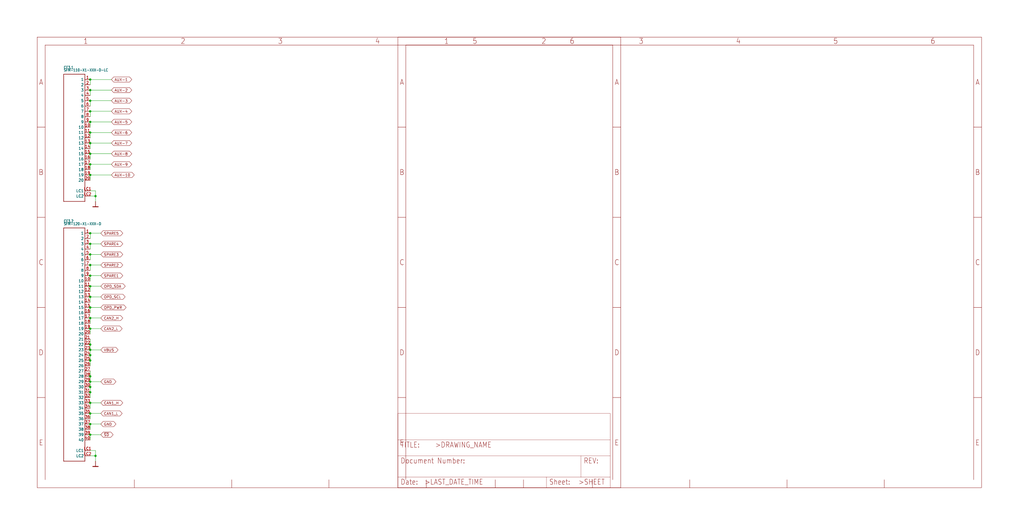
<source format=kicad_sch>
(kicad_sch (version 20211123) (generator eeschema)
  (paper "User" 490.22 254.406)
  (lib_symbols
    (symbol "oresat-backplane-2u-eagle-import:FRAME_A_L"
      (symbol "FRAME_A_L_0_0"
        (polyline (pts (xy 0 43.18) (xy 3.81 43.18)))
        (polyline (pts (xy 0 86.36) (xy 3.81 86.36)))
        (polyline (pts (xy 0 129.54) (xy 3.81 129.54)))
        (polyline (pts (xy 0 172.72) (xy 3.81 172.72)))
        (polyline (pts (xy 3.81 3.81) (xy 3.81 212.09)))
        (polyline (pts (xy 46.5667 0) (xy 46.5667 3.81)))
        (polyline (pts (xy 93.1333 0) (xy 93.1333 3.81)))
        (polyline (pts (xy 139.7 0) (xy 139.7 3.81)))
        (polyline (pts (xy 186.2667 0) (xy 186.2667 3.81)))
        (polyline (pts (xy 232.8333 0) (xy 232.8333 3.81)))
        (polyline (pts (xy 275.59 3.81) (xy 275.59 212.09)))
        (polyline (pts (xy 275.59 43.18) (xy 279.4 43.18)))
        (polyline (pts (xy 275.59 86.36) (xy 279.4 86.36)))
        (polyline (pts (xy 275.59 129.54) (xy 279.4 129.54)))
        (polyline (pts (xy 275.59 172.72) (xy 279.4 172.72)))
        (polyline (pts (xy 275.59 212.09) (xy 3.81 212.09)))
        (polyline (pts (xy 0 0) (xy 279.4 0) (xy 279.4 215.9) (xy 0 215.9) (xy 0 0)))
        (text "1" (at 23.2833 213.995 0) (effects (font (size 2.54 2.286))))
        (text "2" (at 69.85 213.995 0) (effects (font (size 2.54 2.286))))
        (text "3" (at 116.4167 213.995 0) (effects (font (size 2.54 2.286))))
        (text "4" (at 162.9833 213.995 0) (effects (font (size 2.54 2.286))))
        (text "5" (at 209.55 213.995 0) (effects (font (size 2.54 2.286))))
        (text "6" (at 256.1167 213.995 0) (effects (font (size 2.54 2.286))))
        (text "A" (at 1.905 194.31 0) (effects (font (size 2.54 2.286))))
        (text "A" (at 277.495 194.31 0) (effects (font (size 2.54 2.286))))
        (text "B" (at 1.905 151.13 0) (effects (font (size 2.54 2.286))))
        (text "B" (at 277.495 151.13 0) (effects (font (size 2.54 2.286))))
        (text "C" (at 1.905 107.95 0) (effects (font (size 2.54 2.286))))
        (text "C" (at 277.495 107.95 0) (effects (font (size 2.54 2.286))))
        (text "D" (at 1.905 64.77 0) (effects (font (size 2.54 2.286))))
        (text "D" (at 277.495 64.77 0) (effects (font (size 2.54 2.286))))
        (text "E" (at 1.905 21.59 0) (effects (font (size 2.54 2.286))))
        (text "E" (at 277.495 21.59 0) (effects (font (size 2.54 2.286))))
      )
      (symbol "FRAME_A_L_2_0"
        (polyline (pts (xy 0 0) (xy 0 5.08)) (stroke (width 0.1016)))
        (polyline (pts (xy 0 0) (xy 71.12 0)) (stroke (width 0.1016)))
        (polyline (pts (xy 0 5.08) (xy 0 15.24)) (stroke (width 0.1016)))
        (polyline (pts (xy 0 5.08) (xy 71.12 5.08)) (stroke (width 0.1016)))
        (polyline (pts (xy 0 15.24) (xy 0 22.86)) (stroke (width 0.1016)))
        (polyline (pts (xy 0 22.86) (xy 0 35.56)) (stroke (width 0.1016)))
        (polyline (pts (xy 0 22.86) (xy 101.6 22.86)) (stroke (width 0.1016)))
        (polyline (pts (xy 71.12 0) (xy 101.6 0)) (stroke (width 0.1016)))
        (polyline (pts (xy 71.12 5.08) (xy 71.12 0)) (stroke (width 0.1016)))
        (polyline (pts (xy 71.12 5.08) (xy 87.63 5.08)) (stroke (width 0.1016)))
        (polyline (pts (xy 87.63 5.08) (xy 101.6 5.08)) (stroke (width 0.1016)))
        (polyline (pts (xy 87.63 15.24) (xy 0 15.24)) (stroke (width 0.1016)))
        (polyline (pts (xy 87.63 15.24) (xy 87.63 5.08)) (stroke (width 0.1016)))
        (polyline (pts (xy 101.6 5.08) (xy 101.6 0)) (stroke (width 0.1016)))
        (polyline (pts (xy 101.6 15.24) (xy 87.63 15.24)) (stroke (width 0.1016)))
        (polyline (pts (xy 101.6 15.24) (xy 101.6 5.08)) (stroke (width 0.1016)))
        (polyline (pts (xy 101.6 22.86) (xy 101.6 15.24)) (stroke (width 0.1016)))
        (polyline (pts (xy 101.6 35.56) (xy 0 35.56)) (stroke (width 0.1016)))
        (polyline (pts (xy 101.6 35.56) (xy 101.6 22.86)) (stroke (width 0.1016)))
        (text ">DRAWING_NAME" (at 17.78 19.05 0) (effects (font (size 2.54 2.159)) (justify left bottom)))
        (text ">LAST_DATE_TIME" (at 12.7 1.27 0) (effects (font (size 2.54 2.159)) (justify left bottom)))
        (text ">SHEET" (at 86.36 1.27 0) (effects (font (size 2.54 2.159)) (justify left bottom)))
        (text "Date:" (at 1.27 1.27 0) (effects (font (size 2.54 2.159)) (justify left bottom)))
        (text "Document Number:" (at 1.27 11.43 0) (effects (font (size 2.54 2.159)) (justify left bottom)))
        (text "REV:" (at 88.9 11.43 0) (effects (font (size 2.54 2.159)) (justify left bottom)))
        (text "Sheet:" (at 72.39 1.27 0) (effects (font (size 2.54 2.159)) (justify left bottom)))
        (text "TITLE:" (at 1.27 19.05 0) (effects (font (size 2.54 2.159)) (justify left bottom)))
      )
    )
    (symbol "oresat-backplane-2u-eagle-import:GND" (power)
      (symbol "GND_1_0"
        (polyline (pts (xy -1.27 -2.54) (xy 1.27 -2.54)) (stroke (width 0.4064)))
        (pin power_in line (at 0 0 270) (length 2.54) (name "GND") (number "1"))
      )
    )
    (symbol "oresat-backplane-2u-eagle-import:SFM-110-X1-XXX-D-LC"
      (property "Reference" "CF" (at -2.54 33.02 0))
      (property "Value" "SFM-110-X1-XXX-D-LC" (at -2.54 31.75 0))
      (symbol "SFM-110-X1-XXX-D-LC_1_0"
        (polyline (pts (xy -2.54 -30.48) (xy -2.54 30.48)) (stroke (width 0.254)))
        (polyline (pts (xy -2.54 30.48) (xy 7.62 30.48)) (stroke (width 0.254)))
        (polyline (pts (xy 7.62 -30.48) (xy -2.54 -30.48)) (stroke (width 0.254)))
        (polyline (pts (xy 7.62 30.48) (xy 7.62 -30.48)) (stroke (width 0.254)))
        (pin passive line (at 10.16 27.94 180) (length 2.54) (name "1") (number "1"))
        (pin passive line (at 10.16 5.08 180) (length 2.54) (name "10") (number "10"))
        (pin passive line (at 10.16 2.54 180) (length 2.54) (name "11") (number "11"))
        (pin passive line (at 10.16 0 180) (length 2.54) (name "12") (number "12"))
        (pin passive line (at 10.16 -2.54 180) (length 2.54) (name "13") (number "13"))
        (pin passive line (at 10.16 -5.08 180) (length 2.54) (name "14") (number "14"))
        (pin passive line (at 10.16 -7.62 180) (length 2.54) (name "15") (number "15"))
        (pin passive line (at 10.16 -10.16 180) (length 2.54) (name "16") (number "16"))
        (pin passive line (at 10.16 -12.7 180) (length 2.54) (name "17") (number "17"))
        (pin passive line (at 10.16 -15.24 180) (length 2.54) (name "18") (number "18"))
        (pin passive line (at 10.16 -17.78 180) (length 2.54) (name "19") (number "19"))
        (pin passive line (at 10.16 25.4 180) (length 2.54) (name "2") (number "2"))
        (pin passive line (at 10.16 -20.32 180) (length 2.54) (name "20") (number "20"))
        (pin passive line (at 10.16 22.86 180) (length 2.54) (name "3") (number "3"))
        (pin passive line (at 10.16 20.32 180) (length 2.54) (name "4") (number "4"))
        (pin passive line (at 10.16 17.78 180) (length 2.54) (name "5") (number "5"))
        (pin passive line (at 10.16 15.24 180) (length 2.54) (name "6") (number "6"))
        (pin passive line (at 10.16 12.7 180) (length 2.54) (name "7") (number "7"))
        (pin passive line (at 10.16 10.16 180) (length 2.54) (name "8") (number "8"))
        (pin passive line (at 10.16 7.62 180) (length 2.54) (name "9") (number "9"))
        (pin passive line (at 10.16 -25.4 180) (length 2.54) (name "LC1") (number "LC1"))
        (pin passive line (at 10.16 -27.94 180) (length 2.54) (name "LC2") (number "LC2"))
      )
    )
    (symbol "oresat-backplane-2u-eagle-import:SFM-120-X1-XXX-D"
      (property "Reference" "J" (at -2.54 50.8 0))
      (property "Value" "SFM-120-X1-XXX-D" (at -2.54 49.53 0))
      (symbol "SFM-120-X1-XXX-D_1_0"
        (polyline (pts (xy -2.54 -63.5) (xy -2.54 48.26)) (stroke (width 0.254)))
        (polyline (pts (xy -2.54 48.26) (xy 7.62 48.26)) (stroke (width 0.254)))
        (polyline (pts (xy 7.62 -63.5) (xy -2.54 -63.5)) (stroke (width 0.254)))
        (polyline (pts (xy 7.62 48.26) (xy 7.62 -63.5)) (stroke (width 0.254)))
        (pin passive line (at 10.16 45.72 180) (length 2.54) (name "1") (number "1"))
        (pin passive line (at 10.16 22.86 180) (length 2.54) (name "10") (number "10"))
        (pin passive line (at 10.16 20.32 180) (length 2.54) (name "11") (number "11"))
        (pin passive line (at 10.16 17.78 180) (length 2.54) (name "12") (number "12"))
        (pin passive line (at 10.16 15.24 180) (length 2.54) (name "13") (number "13"))
        (pin passive line (at 10.16 12.7 180) (length 2.54) (name "14") (number "14"))
        (pin passive line (at 10.16 10.16 180) (length 2.54) (name "15") (number "15"))
        (pin passive line (at 10.16 7.62 180) (length 2.54) (name "16") (number "16"))
        (pin passive line (at 10.16 5.08 180) (length 2.54) (name "17") (number "17"))
        (pin passive line (at 10.16 2.54 180) (length 2.54) (name "18") (number "18"))
        (pin passive line (at 10.16 0 180) (length 2.54) (name "19") (number "19"))
        (pin passive line (at 10.16 43.18 180) (length 2.54) (name "2") (number "2"))
        (pin passive line (at 10.16 -2.54 180) (length 2.54) (name "20") (number "20"))
        (pin passive line (at 10.16 -5.08 180) (length 2.54) (name "21") (number "21"))
        (pin passive line (at 10.16 -7.62 180) (length 2.54) (name "22") (number "22"))
        (pin passive line (at 10.16 -10.16 180) (length 2.54) (name "23") (number "23"))
        (pin passive line (at 10.16 -12.7 180) (length 2.54) (name "24") (number "24"))
        (pin passive line (at 10.16 -15.24 180) (length 2.54) (name "25") (number "25"))
        (pin passive line (at 10.16 -17.78 180) (length 2.54) (name "26") (number "26"))
        (pin passive line (at 10.16 -20.32 180) (length 2.54) (name "27") (number "27"))
        (pin passive line (at 10.16 -22.86 180) (length 2.54) (name "28") (number "28"))
        (pin passive line (at 10.16 -25.4 180) (length 2.54) (name "29") (number "29"))
        (pin passive line (at 10.16 40.64 180) (length 2.54) (name "3") (number "3"))
        (pin passive line (at 10.16 -27.94 180) (length 2.54) (name "30") (number "30"))
        (pin passive line (at 10.16 -30.48 180) (length 2.54) (name "31") (number "31"))
        (pin passive line (at 10.16 -33.02 180) (length 2.54) (name "32") (number "32"))
        (pin passive line (at 10.16 -35.56 180) (length 2.54) (name "33") (number "33"))
        (pin passive line (at 10.16 -38.1 180) (length 2.54) (name "34") (number "34"))
        (pin passive line (at 10.16 -40.64 180) (length 2.54) (name "35") (number "35"))
        (pin passive line (at 10.16 -43.18 180) (length 2.54) (name "36") (number "36"))
        (pin passive line (at 10.16 -45.72 180) (length 2.54) (name "37") (number "37"))
        (pin passive line (at 10.16 -48.26 180) (length 2.54) (name "38") (number "38"))
        (pin passive line (at 10.16 -50.8 180) (length 2.54) (name "39") (number "39"))
        (pin passive line (at 10.16 38.1 180) (length 2.54) (name "4") (number "4"))
        (pin passive line (at 10.16 -53.34 180) (length 2.54) (name "40") (number "40"))
        (pin passive line (at 10.16 35.56 180) (length 2.54) (name "5") (number "5"))
        (pin passive line (at 10.16 33.02 180) (length 2.54) (name "6") (number "6"))
        (pin passive line (at 10.16 30.48 180) (length 2.54) (name "7") (number "7"))
        (pin passive line (at 10.16 27.94 180) (length 2.54) (name "8") (number "8"))
        (pin passive line (at 10.16 25.4 180) (length 2.54) (name "9") (number "9"))
        (pin passive line (at 10.16 -58.42 180) (length 2.54) (name "LC1") (number "LC1"))
        (pin passive line (at 10.16 -60.96 180) (length 2.54) (name "LC2") (number "LC2"))
      )
    )
  )
  (junction (at 43.18 38.1))
  (junction (at 43.18 165.1))
  (junction (at 45.72 93.98))
  (junction (at 43.18 48.26))
  (junction (at 43.18 43.18))
  (junction (at 43.18 53.34))
  (junction (at 43.18 167.64))
  (junction (at 43.18 83.82))
  (junction (at 43.18 180.34))
  (junction (at 43.18 73.66))
  (junction (at 43.18 152.4))
  (junction (at 43.18 193.04))
  (junction (at 43.18 137.16))
  (junction (at 43.18 170.18))
  (junction (at 43.18 132.08))
  (junction (at 43.18 187.96))
  (junction (at 43.18 127))
  (junction (at 43.18 78.74))
  (junction (at 43.18 121.92))
  (junction (at 43.18 147.32))
  (junction (at 43.18 142.24))
  (junction (at 43.18 63.5))
  (junction (at 43.18 185.42))
  (junction (at 43.18 182.88))
  (junction (at 43.18 58.42))
  (junction (at 43.18 111.76))
  (junction (at 43.18 203.2))
  (junction (at 43.18 68.58))
  (junction (at 43.18 172.72))
  (junction (at 43.18 116.84))
  (junction (at 43.18 198.12))
  (junction (at 43.18 157.48))
  (junction (at 45.72 218.44))
  (junction (at 43.18 208.28))
  (wire (pts (xy 48.26 147.32) (xy 43.18 147.32)))
  (wire (pts (xy 43.18 73.66) (xy 43.18 76.2)))
  (wire (pts (xy 43.18 121.92) (xy 48.26 121.92)))
  (wire (pts (xy 43.18 177.8) (xy 43.18 180.34)))
  (wire (pts (xy 43.18 152.4) (xy 43.18 154.94)))
  (wire (pts (xy 43.18 68.58) (xy 53.34 68.58)))
  (wire (pts (xy 43.18 185.42) (xy 43.18 187.96)))
  (wire (pts (xy 43.18 127) (xy 43.18 129.54)))
  (wire (pts (xy 43.18 53.34) (xy 43.18 55.88)))
  (wire (pts (xy 43.18 132.08) (xy 43.18 134.62)))
  (wire (pts (xy 43.18 182.88) (xy 43.18 185.42)))
  (wire (pts (xy 43.18 165.1) (xy 43.18 167.64)))
  (wire (pts (xy 48.26 198.12) (xy 43.18 198.12)))
  (wire (pts (xy 43.18 38.1) (xy 53.34 38.1)))
  (wire (pts (xy 45.72 91.44) (xy 43.18 91.44)))
  (wire (pts (xy 43.18 68.58) (xy 43.18 71.12)))
  (wire (pts (xy 48.26 208.28) (xy 43.18 208.28)))
  (wire (pts (xy 43.18 172.72) (xy 43.18 175.26)))
  (wire (pts (xy 43.18 83.82) (xy 43.18 86.36)))
  (wire (pts (xy 43.18 198.12) (xy 43.18 200.66)))
  (wire (pts (xy 43.18 170.18) (xy 43.18 172.72)))
  (wire (pts (xy 48.26 167.64) (xy 43.18 167.64)))
  (wire (pts (xy 43.18 116.84) (xy 43.18 119.38)))
  (wire (pts (xy 45.72 218.44) (xy 45.72 220.98)))
  (wire (pts (xy 48.26 137.16) (xy 43.18 137.16)))
  (wire (pts (xy 48.26 142.24) (xy 43.18 142.24)))
  (wire (pts (xy 43.18 48.26) (xy 43.18 50.8)))
  (wire (pts (xy 43.18 48.26) (xy 53.34 48.26)))
  (wire (pts (xy 43.18 38.1) (xy 43.18 40.64)))
  (wire (pts (xy 43.18 58.42) (xy 43.18 60.96)))
  (wire (pts (xy 43.18 203.2) (xy 43.18 205.74)))
  (wire (pts (xy 43.18 63.5) (xy 43.18 66.04)))
  (wire (pts (xy 43.18 58.42) (xy 53.34 58.42)))
  (wire (pts (xy 48.26 182.88) (xy 43.18 182.88)))
  (wire (pts (xy 43.18 187.96) (xy 43.18 190.5)))
  (wire (pts (xy 43.18 193.04) (xy 43.18 195.58)))
  (wire (pts (xy 43.18 215.9) (xy 45.72 215.9)))
  (wire (pts (xy 43.18 43.18) (xy 43.18 45.72)))
  (wire (pts (xy 48.26 157.48) (xy 43.18 157.48)))
  (wire (pts (xy 45.72 215.9) (xy 45.72 218.44)))
  (wire (pts (xy 43.18 63.5) (xy 53.34 63.5)))
  (wire (pts (xy 43.18 116.84) (xy 48.26 116.84)))
  (wire (pts (xy 45.72 96.52) (xy 45.72 93.98)))
  (wire (pts (xy 43.18 152.4) (xy 48.26 152.4)))
  (wire (pts (xy 43.18 142.24) (xy 43.18 144.78)))
  (wire (pts (xy 43.18 53.34) (xy 53.34 53.34)))
  (wire (pts (xy 45.72 93.98) (xy 45.72 91.44)))
  (wire (pts (xy 43.18 78.74) (xy 53.34 78.74)))
  (wire (pts (xy 43.18 121.92) (xy 43.18 124.46)))
  (wire (pts (xy 43.18 73.66) (xy 53.34 73.66)))
  (wire (pts (xy 43.18 157.48) (xy 43.18 160.02)))
  (wire (pts (xy 43.18 43.18) (xy 53.34 43.18)))
  (wire (pts (xy 43.18 83.82) (xy 53.34 83.82)))
  (wire (pts (xy 43.18 147.32) (xy 43.18 149.86)))
  (wire (pts (xy 43.18 180.34) (xy 43.18 182.88)))
  (wire (pts (xy 43.18 162.56) (xy 43.18 165.1)))
  (wire (pts (xy 48.26 127) (xy 43.18 127)))
  (wire (pts (xy 43.18 218.44) (xy 45.72 218.44)))
  (wire (pts (xy 43.18 167.64) (xy 43.18 170.18)))
  (wire (pts (xy 43.18 139.7) (xy 43.18 137.16)))
  (wire (pts (xy 48.26 132.08) (xy 43.18 132.08)))
  (wire (pts (xy 48.26 193.04) (xy 43.18 193.04)))
  (wire (pts (xy 43.18 78.74) (xy 43.18 81.28)))
  (wire (pts (xy 48.26 203.2) (xy 43.18 203.2)))
  (wire (pts (xy 43.18 208.28) (xy 43.18 210.82)))
  (wire (pts (xy 45.72 93.98) (xy 43.18 93.98)))
  (wire (pts (xy 43.18 111.76) (xy 43.18 114.3)))
  (wire (pts (xy 43.18 111.76) (xy 48.26 111.76)))
  (global_label "AUX-9" (shape bidirectional) (at 53.34 78.74 0) (effects (font (size 1.2446 1.2446))) (property "Intersheet References" "${INTERSHEET_REFS}" (effects hide)))
  (global_label "OPD_PWR" (shape bidirectional) (at 48.26 147.32 0) (effects (font (size 1.2446 1.2446))) (property "Intersheet References" "${INTERSHEET_REFS}" (effects hide)))
  (global_label "VBUS" (shape bidirectional) (at 48.26 167.64 0) (effects (font (size 1.2446 1.2446))) (property "Intersheet References" "${INTERSHEET_REFS}" (effects hide)))
  (global_label "OPD_SCL" (shape bidirectional) (at 48.26 142.24 0) (effects (font (size 1.2446 1.2446))) (property "Intersheet References" "${INTERSHEET_REFS}" (effects hide)))
  (global_label "CAN1_L" (shape bidirectional) (at 48.26 198.12 0) (effects (font (size 1.2446 1.2446))) (property "Intersheet References" "${INTERSHEET_REFS}" (effects hide)))
  (global_label "AUX-5" (shape bidirectional) (at 53.34 58.42 0) (effects (font (size 1.2446 1.2446))) (property "Intersheet References" "${INTERSHEET_REFS}" (effects hide)))
  (global_label "SPARE3" (shape bidirectional) (at 48.26 121.92 0) (effects (font (size 1.2446 1.2446))) (property "Intersheet References" "${INTERSHEET_REFS}" (effects hide)))
  (global_label "SPARE4" (shape bidirectional) (at 48.26 116.84 0) (effects (font (size 1.2446 1.2446))) (property "Intersheet References" "${INTERSHEET_REFS}" (effects hide)))
  (global_label "OPD_SDA" (shape bidirectional) (at 48.26 137.16 0) (effects (font (size 1.2446 1.2446))) (property "Intersheet References" "${INTERSHEET_REFS}" (effects hide)))
  (global_label "AUX-1" (shape bidirectional) (at 53.34 38.1 0) (effects (font (size 1.2446 1.2446))) (property "Intersheet References" "${INTERSHEET_REFS}" (effects hide)))
  (global_label "~{SD}" (shape bidirectional) (at 48.26 208.28 0) (effects (font (size 1.2446 1.2446))) (property "Intersheet References" "${INTERSHEET_REFS}" (effects hide)))
  (global_label "CAN1_H" (shape bidirectional) (at 48.26 193.04 0) (effects (font (size 1.2446 1.2446))) (property "Intersheet References" "${INTERSHEET_REFS}" (effects hide)))
  (global_label "SPARE5" (shape bidirectional) (at 48.26 111.76 0) (effects (font (size 1.2446 1.2446))) (property "Intersheet References" "${INTERSHEET_REFS}" (effects hide)))
  (global_label "SPARE2" (shape bidirectional) (at 48.26 127 0) (effects (font (size 1.2446 1.2446))) (property "Intersheet References" "${INTERSHEET_REFS}" (effects hide)))
  (global_label "AUX-10" (shape bidirectional) (at 53.34 83.82 0) (effects (font (size 1.2446 1.2446))) (property "Intersheet References" "${INTERSHEET_REFS}" (effects hide)))
  (global_label "SPARE1" (shape bidirectional) (at 48.26 132.08 0) (effects (font (size 1.2446 1.2446))) (property "Intersheet References" "${INTERSHEET_REFS}" (effects hide)))
  (global_label "AUX-3" (shape bidirectional) (at 53.34 48.26 0) (effects (font (size 1.2446 1.2446))) (property "Intersheet References" "${INTERSHEET_REFS}" (effects hide)))
  (global_label "GND" (shape bidirectional) (at 48.26 203.2 0) (effects (font (size 1.2446 1.2446))) (property "Intersheet References" "${INTERSHEET_REFS}" (effects hide)))
  (global_label "AUX-2" (shape bidirectional) (at 53.34 43.18 0) (effects (font (size 1.2446 1.2446))) (property "Intersheet References" "${INTERSHEET_REFS}" (effects hide)))
  (global_label "GND" (shape bidirectional) (at 48.26 182.88 0) (effects (font (size 1.2446 1.2446))) (property "Intersheet References" "${INTERSHEET_REFS}" (effects hide)))
  (global_label "CAN2_H" (shape bidirectional) (at 48.26 152.4 0) (effects (font (size 1.2446 1.2446))) (property "Intersheet References" "${INTERSHEET_REFS}" (effects hide)))
  (global_label "AUX-7" (shape bidirectional) (at 53.34 68.58 0) (effects (font (size 1.2446 1.2446))) (property "Intersheet References" "${INTERSHEET_REFS}" (effects hide)))
  (global_label "AUX-8" (shape bidirectional) (at 53.34 73.66 0) (effects (font (size 1.2446 1.2446))) (property "Intersheet References" "${INTERSHEET_REFS}" (effects hide)))
  (global_label "AUX-6" (shape bidirectional) (at 53.34 63.5 0) (effects (font (size 1.2446 1.2446))) (property "Intersheet References" "${INTERSHEET_REFS}" (effects hide)))
  (global_label "AUX-4" (shape bidirectional) (at 53.34 53.34 0) (effects (font (size 1.2446 1.2446))) (property "Intersheet References" "${INTERSHEET_REFS}" (effects hide)))
  (global_label "CAN2_L" (shape bidirectional) (at 48.26 157.48 0) (effects (font (size 1.2446 1.2446))) (property "Intersheet References" "${INTERSHEET_REFS}" (effects hide)))
  (symbol (lib_id "oresat-backplane-2u-eagle-import:FRAME_A_L") (at 190.5 233.68 0) (unit 2)
    (property "Reference" "#FRAME18" (effects hide))
    (property "Value" "FRAME_A_L" (effects hide))
    (property "Footprint" "oresat-backplane-2u:" (effects hide))
  )
  (symbol (lib_id "oresat-backplane-2u-eagle-import:FRAME_A_L") (at 17.78 233.68 0) (unit 1)
    (property "Reference" "#FRAME18" (effects hide))
    (property "Value" "FRAME_A_L" (effects hide))
    (property "Footprint" "oresat-backplane-2u:" (effects hide))
  )
  (symbol (lib_id "oresat-backplane-2u-eagle-import:SFM-110-X1-XXX-D-LC") (at 33.02 66.04 0) (unit 1)
    (property "Reference" "CF3.1" (at 30.48 33.02 0) (effects (font (size 1.27 1.0795)) (justify left bottom)))
    (property "Value" "SFM-110-X1-XXX-D-LC" (at 30.48 34.29 0) (effects (font (size 1.27 1.0795)) (justify left bottom)))
    (property "Footprint" "oresat-backplane-2u:SFM-110-X1-XXX-D-LC" (effects hide))
  )
  (symbol (lib_id "oresat-backplane-2u-eagle-import:GND") (at 45.72 96.52 0) (unit 1)
    (property "Reference" "#GND0107" (effects hide))
    (property "Value" "GND" (effects hide))
    (property "Footprint" "oresat-backplane-2u:" (effects hide))
  )
  (symbol (lib_id "oresat-backplane-2u-eagle-import:SFM-120-X1-XXX-D") (at 33.02 157.48 0) (unit 1)
    (property "Reference" "CF3.2" (at 30.48 106.68 0) (effects (font (size 1.27 1.0795)) (justify left bottom)))
    (property "Value" "SFM-120-X1-XXX-D" (at 30.48 107.95 0) (effects (font (size 1.27 1.0795)) (justify left bottom)))
    (property "Footprint" "oresat-backplane-2u:SFM-120-X1-XXX-D" (effects hide))
  )
  (symbol (lib_id "oresat-backplane-2u-eagle-import:GND") (at 45.72 220.98 0) (unit 1)
    (property "Reference" "#GND0103" (effects hide))
    (property "Value" "GND" (effects hide))
    (property "Footprint" "oresat-backplane-2u:" (effects hide))
  )
)
</source>
